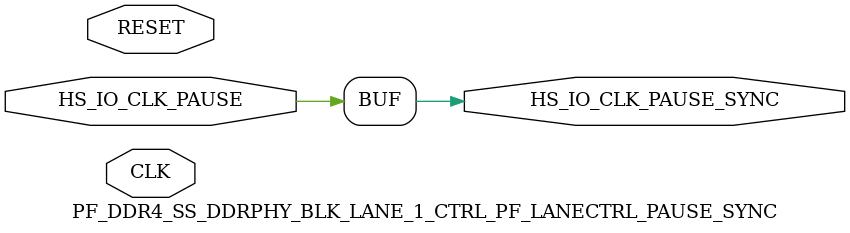
<source format=v>


module PF_DDR4_SS_DDRPHY_BLK_LANE_1_CTRL_PF_LANECTRL_PAUSE_SYNC( CLK, RESET, HS_IO_CLK_PAUSE, HS_IO_CLK_PAUSE_SYNC );
	
	input CLK, RESET, HS_IO_CLK_PAUSE;
	output HS_IO_CLK_PAUSE_SYNC;

	parameter ENABLE_PAUSE_EXTENSION = 2'b00;

	reg pause_reg_0, pause_reg_1, pause;
	wire pause_sync_0_i;

	generate 
		if( ENABLE_PAUSE_EXTENSION == 3'b000 ) begin : feed
			assign HS_IO_CLK_PAUSE_SYNC = HS_IO_CLK_PAUSE;
		end else if( ENABLE_PAUSE_EXTENSION == 3'b001 ) begin : pipe
			(* HS_IO_CLK_PAUSE_SYNC = 1, syn_keep = 1 *) SLE pause_sync_0(
				.CLK( CLK ),
				.D( HS_IO_CLK_PAUSE ),
				.Q( pause_sync_0_i ),
				.LAT( 1'b0 ),
				.EN( 1'b1 ),
				.ALn( ~RESET ),
				.ADn( 1'b1 ),
				.SLn( 1'b1 ),
				.SD( 1'b0 )
				);

			(* HS_IO_CLK_PAUSE_SYNC = 1, syn_keep = 1 *) SLE pause_sync (
				.CLK( CLK ),
				.D( pause_sync_0_i ),
				.Q( HS_IO_CLK_PAUSE_SYNC ),
				.LAT( 1'b0 ),
				.EN( 1'b1 ),
				.ALn( ~RESET ),
				.ADn( 1'b1 ),
				.SLn( 1'b1 ),
				.SD( 1'b0 )
				);
		end else if ( ENABLE_PAUSE_EXTENSION == 3'b010 ) begin : ext_pipe
			always @(posedge CLK or posedge RESET) begin : ext
				if( RESET == 1'b1 ) begin
					pause_reg_0 <= 1'b0;
					pause_reg_1 <= 1'b0;
					pause <= 1'b0;
				end else begin
					pause_reg_0 <= HS_IO_CLK_PAUSE;
					pause_reg_1 <= pause_reg_0;
					if( HS_IO_CLK_PAUSE == 1'b0 && pause_reg_0 ==1'b1 && pause_reg_1 == 1'b0 )
						pause <= 1'b1; // Extend by 1 cycle if the pulse is less than a cycle
					else
						pause <= HS_IO_CLK_PAUSE;
				end
			end

			(* HS_IO_CLK_PAUSE_SYNC = 1, syn_keep = 1 *) SLE pause_sync (
				.CLK( CLK ),
				.D( pause ),
				.Q( HS_IO_CLK_PAUSE_SYNC ),
				.LAT( 1'b0 ),
				.EN( 1'b1 ),
				.ALn( ~RESET ),
				.ADn( 1'b1 ),
				.SLn( 1'b1 ),
				.SD( 1'b0 )
				);
		end else if ( ENABLE_PAUSE_EXTENSION == 3'b011 ) begin : pipe_fall 
			(* HS_IO_CLK_PAUSE_SYNC = 1, syn_keep = 1 *) SLE pause_sync_0 (
				.CLK( CLK ),
				.D( HS_IO_CLK_PAUSE ),
				.Q( pause_sync_0_i ),
				.LAT( 1'b0 ),
				.EN( 1'b1 ),
				.ALn( ~RESET ),
				.ADn( 1'b1 ),
				.SLn( 1'b1 ),
				.SD( 1'b0 )
				);

			(* HS_IO_CLK_PAUSE_SYNC = 1, syn_keep = 1 *) SLE pause_sync (
				.CLK( ~CLK ),
				.D( pause_sync_0_i ),
				.Q( HS_IO_CLK_PAUSE_SYNC ),
				.LAT( 1'b0 ),
				.EN( 1'b1 ),
				.ALn( ~RESET ),
				.ADn( 1'b1 ),
				.SLn( 1'b1 ),
				.SD( 1'b0 )
				);
		end else if ( ENABLE_PAUSE_EXTENSION == 3'b100 ) begin : ext_pipe_fall 
			always @(posedge CLK or posedge RESET) begin : ext
				if( RESET == 1'b1 ) begin
					pause_reg_0 <= 1'b0;
					pause_reg_1 <= 1'b0;
					pause <= 1'b0;
				end else begin
					pause_reg_0 <= HS_IO_CLK_PAUSE;
					pause_reg_1 <= pause_reg_0;
					if( HS_IO_CLK_PAUSE == 1'b0 && pause_reg_0 ==1'b1 && pause_reg_1 == 1'b0 )
						pause <= 1'b1; // Extend by 1 cycle if the pulse is less than a cycle
					else
						pause <= HS_IO_CLK_PAUSE;
				end
			end

			(* HS_IO_CLK_PAUSE_SYNC = 1, syn_keep = 1 *) SLE pause_sync (
				.CLK( ~CLK ),
				.D( pause ),
				.Q( HS_IO_CLK_PAUSE_SYNC ),
				.LAT( 1'b0 ),
				.EN( 1'b1 ),
				.ALn( ~RESET ),
				.ADn( 1'b1 ),
				.SLn( 1'b1 ),
				.SD( 1'b0 )
				);
		end
	endgenerate

endmodule
</source>
